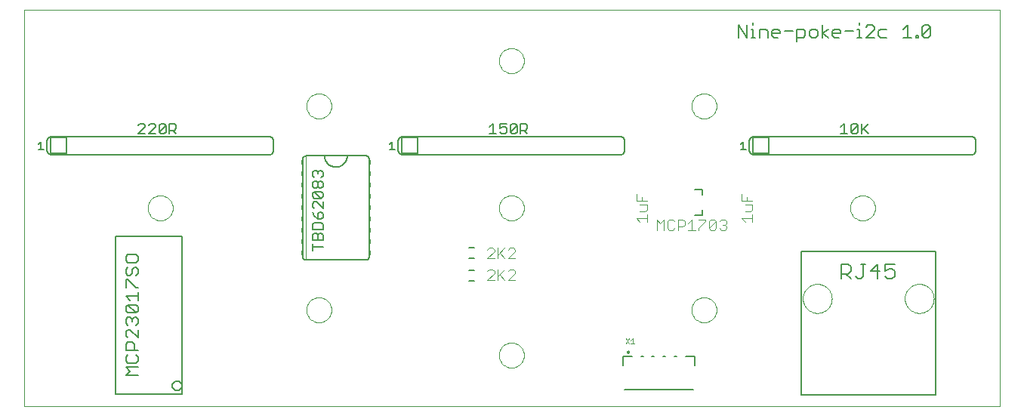
<source format=gto>
G75*
%MOIN*%
%OFA0B0*%
%FSLAX24Y24*%
%IPPOS*%
%LPD*%
%AMOC8*
5,1,8,0,0,1.08239X$1,22.5*
%
%ADD10C,0.0000*%
%ADD11C,0.0050*%
%ADD12C,0.0080*%
%ADD13C,0.0060*%
%ADD14C,0.0020*%
%ADD15R,0.0050X0.0200*%
%ADD16C,0.0040*%
%ADD17C,0.0079*%
D10*
X000180Y000180D02*
X000180Y017666D01*
X043241Y017666D01*
X043241Y000180D01*
X000180Y000180D01*
X012629Y004430D02*
X012631Y004477D01*
X012637Y004523D01*
X012647Y004569D01*
X012660Y004614D01*
X012678Y004657D01*
X012699Y004699D01*
X012723Y004739D01*
X012751Y004776D01*
X012782Y004811D01*
X012816Y004844D01*
X012852Y004873D01*
X012891Y004899D01*
X012932Y004922D01*
X012975Y004941D01*
X013019Y004957D01*
X013064Y004969D01*
X013110Y004977D01*
X013157Y004981D01*
X013203Y004981D01*
X013250Y004977D01*
X013296Y004969D01*
X013341Y004957D01*
X013385Y004941D01*
X013428Y004922D01*
X013469Y004899D01*
X013508Y004873D01*
X013544Y004844D01*
X013578Y004811D01*
X013609Y004776D01*
X013637Y004739D01*
X013661Y004699D01*
X013682Y004657D01*
X013700Y004614D01*
X013713Y004569D01*
X013723Y004523D01*
X013729Y004477D01*
X013731Y004430D01*
X013729Y004383D01*
X013723Y004337D01*
X013713Y004291D01*
X013700Y004246D01*
X013682Y004203D01*
X013661Y004161D01*
X013637Y004121D01*
X013609Y004084D01*
X013578Y004049D01*
X013544Y004016D01*
X013508Y003987D01*
X013469Y003961D01*
X013428Y003938D01*
X013385Y003919D01*
X013341Y003903D01*
X013296Y003891D01*
X013250Y003883D01*
X013203Y003879D01*
X013157Y003879D01*
X013110Y003883D01*
X013064Y003891D01*
X013019Y003903D01*
X012975Y003919D01*
X012932Y003938D01*
X012891Y003961D01*
X012852Y003987D01*
X012816Y004016D01*
X012782Y004049D01*
X012751Y004084D01*
X012723Y004121D01*
X012699Y004161D01*
X012678Y004203D01*
X012660Y004246D01*
X012647Y004291D01*
X012637Y004337D01*
X012631Y004383D01*
X012629Y004430D01*
X021129Y002430D02*
X021131Y002477D01*
X021137Y002523D01*
X021147Y002569D01*
X021160Y002614D01*
X021178Y002657D01*
X021199Y002699D01*
X021223Y002739D01*
X021251Y002776D01*
X021282Y002811D01*
X021316Y002844D01*
X021352Y002873D01*
X021391Y002899D01*
X021432Y002922D01*
X021475Y002941D01*
X021519Y002957D01*
X021564Y002969D01*
X021610Y002977D01*
X021657Y002981D01*
X021703Y002981D01*
X021750Y002977D01*
X021796Y002969D01*
X021841Y002957D01*
X021885Y002941D01*
X021928Y002922D01*
X021969Y002899D01*
X022008Y002873D01*
X022044Y002844D01*
X022078Y002811D01*
X022109Y002776D01*
X022137Y002739D01*
X022161Y002699D01*
X022182Y002657D01*
X022200Y002614D01*
X022213Y002569D01*
X022223Y002523D01*
X022229Y002477D01*
X022231Y002430D01*
X022229Y002383D01*
X022223Y002337D01*
X022213Y002291D01*
X022200Y002246D01*
X022182Y002203D01*
X022161Y002161D01*
X022137Y002121D01*
X022109Y002084D01*
X022078Y002049D01*
X022044Y002016D01*
X022008Y001987D01*
X021969Y001961D01*
X021928Y001938D01*
X021885Y001919D01*
X021841Y001903D01*
X021796Y001891D01*
X021750Y001883D01*
X021703Y001879D01*
X021657Y001879D01*
X021610Y001883D01*
X021564Y001891D01*
X021519Y001903D01*
X021475Y001919D01*
X021432Y001938D01*
X021391Y001961D01*
X021352Y001987D01*
X021316Y002016D01*
X021282Y002049D01*
X021251Y002084D01*
X021223Y002121D01*
X021199Y002161D01*
X021178Y002203D01*
X021160Y002246D01*
X021147Y002291D01*
X021137Y002337D01*
X021131Y002383D01*
X021129Y002430D01*
X029629Y004430D02*
X029631Y004477D01*
X029637Y004523D01*
X029647Y004569D01*
X029660Y004614D01*
X029678Y004657D01*
X029699Y004699D01*
X029723Y004739D01*
X029751Y004776D01*
X029782Y004811D01*
X029816Y004844D01*
X029852Y004873D01*
X029891Y004899D01*
X029932Y004922D01*
X029975Y004941D01*
X030019Y004957D01*
X030064Y004969D01*
X030110Y004977D01*
X030157Y004981D01*
X030203Y004981D01*
X030250Y004977D01*
X030296Y004969D01*
X030341Y004957D01*
X030385Y004941D01*
X030428Y004922D01*
X030469Y004899D01*
X030508Y004873D01*
X030544Y004844D01*
X030578Y004811D01*
X030609Y004776D01*
X030637Y004739D01*
X030661Y004699D01*
X030682Y004657D01*
X030700Y004614D01*
X030713Y004569D01*
X030723Y004523D01*
X030729Y004477D01*
X030731Y004430D01*
X030729Y004383D01*
X030723Y004337D01*
X030713Y004291D01*
X030700Y004246D01*
X030682Y004203D01*
X030661Y004161D01*
X030637Y004121D01*
X030609Y004084D01*
X030578Y004049D01*
X030544Y004016D01*
X030508Y003987D01*
X030469Y003961D01*
X030428Y003938D01*
X030385Y003919D01*
X030341Y003903D01*
X030296Y003891D01*
X030250Y003883D01*
X030203Y003879D01*
X030157Y003879D01*
X030110Y003883D01*
X030064Y003891D01*
X030019Y003903D01*
X029975Y003919D01*
X029932Y003938D01*
X029891Y003961D01*
X029852Y003987D01*
X029816Y004016D01*
X029782Y004049D01*
X029751Y004084D01*
X029723Y004121D01*
X029699Y004161D01*
X029678Y004203D01*
X029660Y004246D01*
X029647Y004291D01*
X029637Y004337D01*
X029631Y004383D01*
X029629Y004430D01*
X034540Y004930D02*
X034542Y004980D01*
X034548Y005030D01*
X034558Y005079D01*
X034571Y005128D01*
X034589Y005175D01*
X034610Y005221D01*
X034634Y005264D01*
X034662Y005306D01*
X034693Y005346D01*
X034727Y005383D01*
X034764Y005417D01*
X034804Y005448D01*
X034846Y005476D01*
X034889Y005500D01*
X034935Y005521D01*
X034982Y005539D01*
X035031Y005552D01*
X035080Y005562D01*
X035130Y005568D01*
X035180Y005570D01*
X035230Y005568D01*
X035280Y005562D01*
X035329Y005552D01*
X035378Y005539D01*
X035425Y005521D01*
X035471Y005500D01*
X035514Y005476D01*
X035556Y005448D01*
X035596Y005417D01*
X035633Y005383D01*
X035667Y005346D01*
X035698Y005306D01*
X035726Y005264D01*
X035750Y005221D01*
X035771Y005175D01*
X035789Y005128D01*
X035802Y005079D01*
X035812Y005030D01*
X035818Y004980D01*
X035820Y004930D01*
X035818Y004880D01*
X035812Y004830D01*
X035802Y004781D01*
X035789Y004732D01*
X035771Y004685D01*
X035750Y004639D01*
X035726Y004596D01*
X035698Y004554D01*
X035667Y004514D01*
X035633Y004477D01*
X035596Y004443D01*
X035556Y004412D01*
X035514Y004384D01*
X035471Y004360D01*
X035425Y004339D01*
X035378Y004321D01*
X035329Y004308D01*
X035280Y004298D01*
X035230Y004292D01*
X035180Y004290D01*
X035130Y004292D01*
X035080Y004298D01*
X035031Y004308D01*
X034982Y004321D01*
X034935Y004339D01*
X034889Y004360D01*
X034846Y004384D01*
X034804Y004412D01*
X034764Y004443D01*
X034727Y004477D01*
X034693Y004514D01*
X034662Y004554D01*
X034634Y004596D01*
X034610Y004639D01*
X034589Y004685D01*
X034571Y004732D01*
X034558Y004781D01*
X034548Y004830D01*
X034542Y004880D01*
X034540Y004930D01*
X039040Y004930D02*
X039042Y004980D01*
X039048Y005030D01*
X039058Y005079D01*
X039071Y005128D01*
X039089Y005175D01*
X039110Y005221D01*
X039134Y005264D01*
X039162Y005306D01*
X039193Y005346D01*
X039227Y005383D01*
X039264Y005417D01*
X039304Y005448D01*
X039346Y005476D01*
X039389Y005500D01*
X039435Y005521D01*
X039482Y005539D01*
X039531Y005552D01*
X039580Y005562D01*
X039630Y005568D01*
X039680Y005570D01*
X039730Y005568D01*
X039780Y005562D01*
X039829Y005552D01*
X039878Y005539D01*
X039925Y005521D01*
X039971Y005500D01*
X040014Y005476D01*
X040056Y005448D01*
X040096Y005417D01*
X040133Y005383D01*
X040167Y005346D01*
X040198Y005306D01*
X040226Y005264D01*
X040250Y005221D01*
X040271Y005175D01*
X040289Y005128D01*
X040302Y005079D01*
X040312Y005030D01*
X040318Y004980D01*
X040320Y004930D01*
X040318Y004880D01*
X040312Y004830D01*
X040302Y004781D01*
X040289Y004732D01*
X040271Y004685D01*
X040250Y004639D01*
X040226Y004596D01*
X040198Y004554D01*
X040167Y004514D01*
X040133Y004477D01*
X040096Y004443D01*
X040056Y004412D01*
X040014Y004384D01*
X039971Y004360D01*
X039925Y004339D01*
X039878Y004321D01*
X039829Y004308D01*
X039780Y004298D01*
X039730Y004292D01*
X039680Y004290D01*
X039630Y004292D01*
X039580Y004298D01*
X039531Y004308D01*
X039482Y004321D01*
X039435Y004339D01*
X039389Y004360D01*
X039346Y004384D01*
X039304Y004412D01*
X039264Y004443D01*
X039227Y004477D01*
X039193Y004514D01*
X039162Y004554D01*
X039134Y004596D01*
X039110Y004639D01*
X039089Y004685D01*
X039071Y004732D01*
X039058Y004781D01*
X039048Y004830D01*
X039042Y004880D01*
X039040Y004930D01*
X036629Y008930D02*
X036631Y008977D01*
X036637Y009023D01*
X036647Y009069D01*
X036660Y009114D01*
X036678Y009157D01*
X036699Y009199D01*
X036723Y009239D01*
X036751Y009276D01*
X036782Y009311D01*
X036816Y009344D01*
X036852Y009373D01*
X036891Y009399D01*
X036932Y009422D01*
X036975Y009441D01*
X037019Y009457D01*
X037064Y009469D01*
X037110Y009477D01*
X037157Y009481D01*
X037203Y009481D01*
X037250Y009477D01*
X037296Y009469D01*
X037341Y009457D01*
X037385Y009441D01*
X037428Y009422D01*
X037469Y009399D01*
X037508Y009373D01*
X037544Y009344D01*
X037578Y009311D01*
X037609Y009276D01*
X037637Y009239D01*
X037661Y009199D01*
X037682Y009157D01*
X037700Y009114D01*
X037713Y009069D01*
X037723Y009023D01*
X037729Y008977D01*
X037731Y008930D01*
X037729Y008883D01*
X037723Y008837D01*
X037713Y008791D01*
X037700Y008746D01*
X037682Y008703D01*
X037661Y008661D01*
X037637Y008621D01*
X037609Y008584D01*
X037578Y008549D01*
X037544Y008516D01*
X037508Y008487D01*
X037469Y008461D01*
X037428Y008438D01*
X037385Y008419D01*
X037341Y008403D01*
X037296Y008391D01*
X037250Y008383D01*
X037203Y008379D01*
X037157Y008379D01*
X037110Y008383D01*
X037064Y008391D01*
X037019Y008403D01*
X036975Y008419D01*
X036932Y008438D01*
X036891Y008461D01*
X036852Y008487D01*
X036816Y008516D01*
X036782Y008549D01*
X036751Y008584D01*
X036723Y008621D01*
X036699Y008661D01*
X036678Y008703D01*
X036660Y008746D01*
X036647Y008791D01*
X036637Y008837D01*
X036631Y008883D01*
X036629Y008930D01*
X029629Y013430D02*
X029631Y013477D01*
X029637Y013523D01*
X029647Y013569D01*
X029660Y013614D01*
X029678Y013657D01*
X029699Y013699D01*
X029723Y013739D01*
X029751Y013776D01*
X029782Y013811D01*
X029816Y013844D01*
X029852Y013873D01*
X029891Y013899D01*
X029932Y013922D01*
X029975Y013941D01*
X030019Y013957D01*
X030064Y013969D01*
X030110Y013977D01*
X030157Y013981D01*
X030203Y013981D01*
X030250Y013977D01*
X030296Y013969D01*
X030341Y013957D01*
X030385Y013941D01*
X030428Y013922D01*
X030469Y013899D01*
X030508Y013873D01*
X030544Y013844D01*
X030578Y013811D01*
X030609Y013776D01*
X030637Y013739D01*
X030661Y013699D01*
X030682Y013657D01*
X030700Y013614D01*
X030713Y013569D01*
X030723Y013523D01*
X030729Y013477D01*
X030731Y013430D01*
X030729Y013383D01*
X030723Y013337D01*
X030713Y013291D01*
X030700Y013246D01*
X030682Y013203D01*
X030661Y013161D01*
X030637Y013121D01*
X030609Y013084D01*
X030578Y013049D01*
X030544Y013016D01*
X030508Y012987D01*
X030469Y012961D01*
X030428Y012938D01*
X030385Y012919D01*
X030341Y012903D01*
X030296Y012891D01*
X030250Y012883D01*
X030203Y012879D01*
X030157Y012879D01*
X030110Y012883D01*
X030064Y012891D01*
X030019Y012903D01*
X029975Y012919D01*
X029932Y012938D01*
X029891Y012961D01*
X029852Y012987D01*
X029816Y013016D01*
X029782Y013049D01*
X029751Y013084D01*
X029723Y013121D01*
X029699Y013161D01*
X029678Y013203D01*
X029660Y013246D01*
X029647Y013291D01*
X029637Y013337D01*
X029631Y013383D01*
X029629Y013430D01*
X021129Y015430D02*
X021131Y015477D01*
X021137Y015523D01*
X021147Y015569D01*
X021160Y015614D01*
X021178Y015657D01*
X021199Y015699D01*
X021223Y015739D01*
X021251Y015776D01*
X021282Y015811D01*
X021316Y015844D01*
X021352Y015873D01*
X021391Y015899D01*
X021432Y015922D01*
X021475Y015941D01*
X021519Y015957D01*
X021564Y015969D01*
X021610Y015977D01*
X021657Y015981D01*
X021703Y015981D01*
X021750Y015977D01*
X021796Y015969D01*
X021841Y015957D01*
X021885Y015941D01*
X021928Y015922D01*
X021969Y015899D01*
X022008Y015873D01*
X022044Y015844D01*
X022078Y015811D01*
X022109Y015776D01*
X022137Y015739D01*
X022161Y015699D01*
X022182Y015657D01*
X022200Y015614D01*
X022213Y015569D01*
X022223Y015523D01*
X022229Y015477D01*
X022231Y015430D01*
X022229Y015383D01*
X022223Y015337D01*
X022213Y015291D01*
X022200Y015246D01*
X022182Y015203D01*
X022161Y015161D01*
X022137Y015121D01*
X022109Y015084D01*
X022078Y015049D01*
X022044Y015016D01*
X022008Y014987D01*
X021969Y014961D01*
X021928Y014938D01*
X021885Y014919D01*
X021841Y014903D01*
X021796Y014891D01*
X021750Y014883D01*
X021703Y014879D01*
X021657Y014879D01*
X021610Y014883D01*
X021564Y014891D01*
X021519Y014903D01*
X021475Y014919D01*
X021432Y014938D01*
X021391Y014961D01*
X021352Y014987D01*
X021316Y015016D01*
X021282Y015049D01*
X021251Y015084D01*
X021223Y015121D01*
X021199Y015161D01*
X021178Y015203D01*
X021160Y015246D01*
X021147Y015291D01*
X021137Y015337D01*
X021131Y015383D01*
X021129Y015430D01*
X012629Y013430D02*
X012631Y013477D01*
X012637Y013523D01*
X012647Y013569D01*
X012660Y013614D01*
X012678Y013657D01*
X012699Y013699D01*
X012723Y013739D01*
X012751Y013776D01*
X012782Y013811D01*
X012816Y013844D01*
X012852Y013873D01*
X012891Y013899D01*
X012932Y013922D01*
X012975Y013941D01*
X013019Y013957D01*
X013064Y013969D01*
X013110Y013977D01*
X013157Y013981D01*
X013203Y013981D01*
X013250Y013977D01*
X013296Y013969D01*
X013341Y013957D01*
X013385Y013941D01*
X013428Y013922D01*
X013469Y013899D01*
X013508Y013873D01*
X013544Y013844D01*
X013578Y013811D01*
X013609Y013776D01*
X013637Y013739D01*
X013661Y013699D01*
X013682Y013657D01*
X013700Y013614D01*
X013713Y013569D01*
X013723Y013523D01*
X013729Y013477D01*
X013731Y013430D01*
X013729Y013383D01*
X013723Y013337D01*
X013713Y013291D01*
X013700Y013246D01*
X013682Y013203D01*
X013661Y013161D01*
X013637Y013121D01*
X013609Y013084D01*
X013578Y013049D01*
X013544Y013016D01*
X013508Y012987D01*
X013469Y012961D01*
X013428Y012938D01*
X013385Y012919D01*
X013341Y012903D01*
X013296Y012891D01*
X013250Y012883D01*
X013203Y012879D01*
X013157Y012879D01*
X013110Y012883D01*
X013064Y012891D01*
X013019Y012903D01*
X012975Y012919D01*
X012932Y012938D01*
X012891Y012961D01*
X012852Y012987D01*
X012816Y013016D01*
X012782Y013049D01*
X012751Y013084D01*
X012723Y013121D01*
X012699Y013161D01*
X012678Y013203D01*
X012660Y013246D01*
X012647Y013291D01*
X012637Y013337D01*
X012631Y013383D01*
X012629Y013430D01*
X005629Y008930D02*
X005631Y008977D01*
X005637Y009023D01*
X005647Y009069D01*
X005660Y009114D01*
X005678Y009157D01*
X005699Y009199D01*
X005723Y009239D01*
X005751Y009276D01*
X005782Y009311D01*
X005816Y009344D01*
X005852Y009373D01*
X005891Y009399D01*
X005932Y009422D01*
X005975Y009441D01*
X006019Y009457D01*
X006064Y009469D01*
X006110Y009477D01*
X006157Y009481D01*
X006203Y009481D01*
X006250Y009477D01*
X006296Y009469D01*
X006341Y009457D01*
X006385Y009441D01*
X006428Y009422D01*
X006469Y009399D01*
X006508Y009373D01*
X006544Y009344D01*
X006578Y009311D01*
X006609Y009276D01*
X006637Y009239D01*
X006661Y009199D01*
X006682Y009157D01*
X006700Y009114D01*
X006713Y009069D01*
X006723Y009023D01*
X006729Y008977D01*
X006731Y008930D01*
X006729Y008883D01*
X006723Y008837D01*
X006713Y008791D01*
X006700Y008746D01*
X006682Y008703D01*
X006661Y008661D01*
X006637Y008621D01*
X006609Y008584D01*
X006578Y008549D01*
X006544Y008516D01*
X006508Y008487D01*
X006469Y008461D01*
X006428Y008438D01*
X006385Y008419D01*
X006341Y008403D01*
X006296Y008391D01*
X006250Y008383D01*
X006203Y008379D01*
X006157Y008379D01*
X006110Y008383D01*
X006064Y008391D01*
X006019Y008403D01*
X005975Y008419D01*
X005932Y008438D01*
X005891Y008461D01*
X005852Y008487D01*
X005816Y008516D01*
X005782Y008549D01*
X005751Y008584D01*
X005723Y008621D01*
X005699Y008661D01*
X005678Y008703D01*
X005660Y008746D01*
X005647Y008791D01*
X005637Y008837D01*
X005631Y008883D01*
X005629Y008930D01*
X021129Y008930D02*
X021131Y008977D01*
X021137Y009023D01*
X021147Y009069D01*
X021160Y009114D01*
X021178Y009157D01*
X021199Y009199D01*
X021223Y009239D01*
X021251Y009276D01*
X021282Y009311D01*
X021316Y009344D01*
X021352Y009373D01*
X021391Y009399D01*
X021432Y009422D01*
X021475Y009441D01*
X021519Y009457D01*
X021564Y009469D01*
X021610Y009477D01*
X021657Y009481D01*
X021703Y009481D01*
X021750Y009477D01*
X021796Y009469D01*
X021841Y009457D01*
X021885Y009441D01*
X021928Y009422D01*
X021969Y009399D01*
X022008Y009373D01*
X022044Y009344D01*
X022078Y009311D01*
X022109Y009276D01*
X022137Y009239D01*
X022161Y009199D01*
X022182Y009157D01*
X022200Y009114D01*
X022213Y009069D01*
X022223Y009023D01*
X022229Y008977D01*
X022231Y008930D01*
X022229Y008883D01*
X022223Y008837D01*
X022213Y008791D01*
X022200Y008746D01*
X022182Y008703D01*
X022161Y008661D01*
X022137Y008621D01*
X022109Y008584D01*
X022078Y008549D01*
X022044Y008516D01*
X022008Y008487D01*
X021969Y008461D01*
X021928Y008438D01*
X021885Y008419D01*
X021841Y008403D01*
X021796Y008391D01*
X021750Y008383D01*
X021703Y008379D01*
X021657Y008379D01*
X021610Y008383D01*
X021564Y008391D01*
X021519Y008403D01*
X021475Y008419D01*
X021432Y008438D01*
X021391Y008461D01*
X021352Y008487D01*
X021316Y008516D01*
X021282Y008549D01*
X021251Y008584D01*
X021223Y008621D01*
X021199Y008661D01*
X021178Y008703D01*
X021160Y008746D01*
X021147Y008791D01*
X021137Y008837D01*
X021131Y008883D01*
X021129Y008930D01*
D11*
X016532Y011505D02*
X016305Y011505D01*
X016418Y011505D02*
X016418Y011845D01*
X016305Y011732D01*
X013355Y010503D02*
X013355Y010353D01*
X013280Y010278D01*
X013280Y010118D02*
X013355Y010043D01*
X013355Y009892D01*
X013280Y009817D01*
X013205Y009817D01*
X013130Y009892D01*
X013130Y010043D01*
X013205Y010118D01*
X013280Y010118D01*
X013130Y010043D02*
X013055Y010118D01*
X012980Y010118D01*
X012905Y010043D01*
X012905Y009892D01*
X012980Y009817D01*
X013055Y009817D01*
X013130Y009892D01*
X012980Y009657D02*
X013280Y009657D01*
X013355Y009582D01*
X013355Y009432D01*
X013280Y009357D01*
X012980Y009657D01*
X012905Y009582D01*
X012905Y009432D01*
X012980Y009357D01*
X013280Y009357D01*
X013355Y009197D02*
X013355Y008897D01*
X013055Y009197D01*
X012980Y009197D01*
X012905Y009122D01*
X012905Y008972D01*
X012980Y008897D01*
X012905Y008736D02*
X012980Y008586D01*
X013130Y008436D01*
X013130Y008661D01*
X013205Y008736D01*
X013280Y008736D01*
X013355Y008661D01*
X013355Y008511D01*
X013280Y008436D01*
X013130Y008436D01*
X013280Y008276D02*
X012980Y008276D01*
X012905Y008201D01*
X012905Y007976D01*
X013355Y007976D01*
X013355Y008201D01*
X013280Y008276D01*
X013280Y007816D02*
X013355Y007741D01*
X013355Y007515D01*
X012905Y007515D01*
X012905Y007741D01*
X012980Y007816D01*
X013055Y007816D01*
X013130Y007741D01*
X013130Y007515D01*
X013130Y007741D02*
X013205Y007816D01*
X013280Y007816D01*
X012905Y007355D02*
X012905Y007055D01*
X012905Y007205D02*
X013355Y007205D01*
X012980Y010278D02*
X012905Y010353D01*
X012905Y010503D01*
X012980Y010578D01*
X013055Y010578D01*
X013130Y010503D01*
X013205Y010578D01*
X013280Y010578D01*
X013355Y010503D01*
X013130Y010503D02*
X013130Y010428D01*
X006886Y012205D02*
X006736Y012355D01*
X006811Y012355D02*
X006586Y012355D01*
X006586Y012205D02*
X006586Y012655D01*
X006811Y012655D01*
X006886Y012580D01*
X006886Y012430D01*
X006811Y012355D01*
X006426Y012280D02*
X006351Y012205D01*
X006201Y012205D01*
X006126Y012280D01*
X006426Y012580D01*
X006426Y012280D01*
X006126Y012280D02*
X006126Y012580D01*
X006201Y012655D01*
X006351Y012655D01*
X006426Y012580D01*
X005966Y012580D02*
X005891Y012655D01*
X005740Y012655D01*
X005665Y012580D01*
X005505Y012580D02*
X005430Y012655D01*
X005280Y012655D01*
X005205Y012580D01*
X005505Y012580D02*
X005505Y012505D01*
X005205Y012205D01*
X005505Y012205D01*
X005665Y012205D02*
X005966Y012505D01*
X005966Y012580D01*
X005966Y012205D02*
X005665Y012205D01*
X001032Y011505D02*
X000805Y011505D01*
X000918Y011505D02*
X000918Y011845D01*
X000805Y011732D01*
X020705Y012205D02*
X021005Y012205D01*
X020855Y012205D02*
X020855Y012655D01*
X020705Y012505D01*
X021165Y012430D02*
X021316Y012505D01*
X021391Y012505D01*
X021466Y012430D01*
X021466Y012280D01*
X021391Y012205D01*
X021240Y012205D01*
X021165Y012280D01*
X021165Y012430D02*
X021165Y012655D01*
X021466Y012655D01*
X021626Y012580D02*
X021701Y012655D01*
X021851Y012655D01*
X021926Y012580D01*
X021626Y012280D01*
X021701Y012205D01*
X021851Y012205D01*
X021926Y012280D01*
X021926Y012580D01*
X022086Y012655D02*
X022311Y012655D01*
X022386Y012580D01*
X022386Y012430D01*
X022311Y012355D01*
X022086Y012355D01*
X022086Y012205D02*
X022086Y012655D01*
X022236Y012355D02*
X022386Y012205D01*
X021626Y012280D02*
X021626Y012580D01*
X031805Y011732D02*
X031918Y011845D01*
X031918Y011505D01*
X031805Y011505D02*
X032032Y011505D01*
X036205Y012205D02*
X036505Y012205D01*
X036355Y012205D02*
X036355Y012655D01*
X036205Y012505D01*
X036665Y012580D02*
X036740Y012655D01*
X036891Y012655D01*
X036966Y012580D01*
X036665Y012280D01*
X036740Y012205D01*
X036891Y012205D01*
X036966Y012280D01*
X036966Y012580D01*
X037126Y012655D02*
X037126Y012205D01*
X037126Y012355D02*
X037426Y012655D01*
X037201Y012430D02*
X037426Y012205D01*
X036665Y012280D02*
X036665Y012580D01*
X034283Y016272D02*
X034283Y016822D01*
X034558Y016822D01*
X034650Y016730D01*
X034650Y016547D01*
X034558Y016455D01*
X034283Y016455D01*
X034098Y016730D02*
X033731Y016730D01*
X033545Y016730D02*
X033545Y016638D01*
X033178Y016638D01*
X033178Y016547D02*
X033178Y016730D01*
X033270Y016822D01*
X033453Y016822D01*
X033545Y016730D01*
X033453Y016455D02*
X033270Y016455D01*
X033178Y016547D01*
X032993Y016455D02*
X032993Y016730D01*
X032901Y016822D01*
X032626Y016822D01*
X032626Y016455D01*
X032441Y016455D02*
X032257Y016455D01*
X032349Y016455D02*
X032349Y016822D01*
X032257Y016822D01*
X032349Y017005D02*
X032349Y017097D01*
X032072Y017005D02*
X032072Y016455D01*
X031705Y017005D01*
X031705Y016455D01*
X034836Y016547D02*
X034927Y016455D01*
X035111Y016455D01*
X035203Y016547D01*
X035203Y016730D01*
X035111Y016822D01*
X034927Y016822D01*
X034836Y016730D01*
X034836Y016547D01*
X035388Y016638D02*
X035663Y016822D01*
X035849Y016730D02*
X035940Y016822D01*
X036124Y016822D01*
X036216Y016730D01*
X036216Y016638D01*
X035849Y016638D01*
X035849Y016547D02*
X035849Y016730D01*
X035849Y016547D02*
X035940Y016455D01*
X036124Y016455D01*
X036401Y016730D02*
X036768Y016730D01*
X036953Y016822D02*
X037045Y016822D01*
X037045Y016455D01*
X036953Y016455D02*
X037137Y016455D01*
X037322Y016455D02*
X037689Y016822D01*
X037689Y016914D01*
X037597Y017005D01*
X037414Y017005D01*
X037322Y016914D01*
X037045Y017005D02*
X037045Y017097D01*
X037874Y016730D02*
X037874Y016547D01*
X037966Y016455D01*
X038241Y016455D01*
X037966Y016822D02*
X037874Y016730D01*
X037966Y016822D02*
X038241Y016822D01*
X038979Y016822D02*
X039163Y017005D01*
X039163Y016455D01*
X039346Y016455D02*
X038979Y016455D01*
X039532Y016455D02*
X039623Y016455D01*
X039623Y016547D01*
X039532Y016547D01*
X039532Y016455D01*
X039808Y016547D02*
X040175Y016914D01*
X040175Y016547D01*
X040083Y016455D01*
X039900Y016455D01*
X039808Y016547D01*
X039808Y016914D01*
X039900Y017005D01*
X040083Y017005D01*
X040175Y016914D01*
X037689Y016455D02*
X037322Y016455D01*
X035663Y016455D02*
X035388Y016638D01*
X035388Y016455D02*
X035388Y017005D01*
D12*
X034467Y006994D02*
X034467Y000671D01*
X040393Y000671D01*
X040393Y006994D01*
X034467Y006994D01*
D13*
X036232Y006451D02*
X036552Y006451D01*
X036659Y006344D01*
X036659Y006130D01*
X036552Y006024D01*
X036232Y006024D01*
X036445Y006024D02*
X036659Y005810D01*
X036876Y005917D02*
X036983Y005810D01*
X037090Y005810D01*
X037197Y005917D01*
X037197Y006451D01*
X037303Y006451D02*
X037090Y006451D01*
X037521Y006130D02*
X037948Y006130D01*
X038165Y006130D02*
X038379Y006237D01*
X038486Y006237D01*
X038592Y006130D01*
X038592Y005917D01*
X038486Y005810D01*
X038272Y005810D01*
X038165Y005917D01*
X038165Y006130D02*
X038165Y006451D01*
X038592Y006451D01*
X037841Y006451D02*
X037521Y006130D01*
X037841Y005810D02*
X037841Y006451D01*
X036232Y006451D02*
X036232Y005810D01*
X030090Y008620D02*
X029770Y008620D01*
X030090Y008620D02*
X030090Y008840D01*
X030090Y009520D02*
X030090Y009740D01*
X029770Y009740D01*
X032330Y011330D02*
X032330Y012030D01*
X033030Y012030D01*
X033030Y011330D01*
X032330Y011330D01*
X032380Y011280D02*
X041980Y011280D01*
X042006Y011282D01*
X042032Y011287D01*
X042057Y011295D01*
X042080Y011307D01*
X042102Y011321D01*
X042121Y011339D01*
X042139Y011358D01*
X042153Y011380D01*
X042165Y011403D01*
X042173Y011428D01*
X042178Y011454D01*
X042180Y011480D01*
X042180Y011880D01*
X042178Y011906D01*
X042173Y011932D01*
X042165Y011957D01*
X042153Y011980D01*
X042139Y012002D01*
X042121Y012021D01*
X042102Y012039D01*
X042080Y012053D01*
X042057Y012065D01*
X042032Y012073D01*
X042006Y012078D01*
X041980Y012080D01*
X032380Y012080D01*
X032354Y012078D01*
X032328Y012073D01*
X032303Y012065D01*
X032280Y012053D01*
X032258Y012039D01*
X032239Y012021D01*
X032221Y012002D01*
X032207Y011980D01*
X032195Y011957D01*
X032187Y011932D01*
X032182Y011906D01*
X032180Y011880D01*
X032180Y011480D01*
X032182Y011454D01*
X032187Y011428D01*
X032195Y011403D01*
X032207Y011380D01*
X032221Y011358D01*
X032239Y011339D01*
X032258Y011321D01*
X032280Y011307D01*
X032303Y011295D01*
X032328Y011287D01*
X032354Y011282D01*
X032380Y011280D01*
X026680Y011480D02*
X026680Y011880D01*
X026678Y011906D01*
X026673Y011932D01*
X026665Y011957D01*
X026653Y011980D01*
X026639Y012002D01*
X026621Y012021D01*
X026602Y012039D01*
X026580Y012053D01*
X026557Y012065D01*
X026532Y012073D01*
X026506Y012078D01*
X026480Y012080D01*
X016880Y012080D01*
X016830Y012030D02*
X017530Y012030D01*
X017530Y011330D01*
X016830Y011330D01*
X016830Y012030D01*
X016880Y012080D02*
X016854Y012078D01*
X016828Y012073D01*
X016803Y012065D01*
X016780Y012053D01*
X016758Y012039D01*
X016739Y012021D01*
X016721Y012002D01*
X016707Y011980D01*
X016695Y011957D01*
X016687Y011932D01*
X016682Y011906D01*
X016680Y011880D01*
X016680Y011480D01*
X016682Y011454D01*
X016687Y011428D01*
X016695Y011403D01*
X016707Y011380D01*
X016721Y011358D01*
X016739Y011339D01*
X016758Y011321D01*
X016780Y011307D01*
X016803Y011295D01*
X016828Y011287D01*
X016854Y011282D01*
X016880Y011280D01*
X026480Y011280D01*
X026506Y011282D01*
X026532Y011287D01*
X026557Y011295D01*
X026580Y011307D01*
X026602Y011321D01*
X026621Y011339D01*
X026639Y011358D01*
X026653Y011380D01*
X026665Y011403D01*
X026673Y011428D01*
X026678Y011454D01*
X026680Y011480D01*
X020048Y007166D02*
X019812Y007166D01*
X019812Y006694D02*
X020048Y006694D01*
X020048Y006166D02*
X019812Y006166D01*
X019812Y005694D02*
X020048Y005694D01*
X015400Y006780D02*
X015400Y011080D01*
X015398Y011103D01*
X015393Y011126D01*
X015384Y011148D01*
X015371Y011168D01*
X015356Y011186D01*
X015338Y011201D01*
X015318Y011214D01*
X015296Y011223D01*
X015273Y011228D01*
X015250Y011230D01*
X014430Y011230D01*
X013430Y011230D01*
X012610Y011230D01*
X012587Y011228D01*
X012564Y011223D01*
X012542Y011214D01*
X012522Y011201D01*
X012504Y011186D01*
X012489Y011168D01*
X012476Y011148D01*
X012467Y011126D01*
X012462Y011103D01*
X012460Y011080D01*
X012460Y006780D01*
X012462Y006757D01*
X012467Y006734D01*
X012476Y006712D01*
X012489Y006692D01*
X012504Y006674D01*
X012522Y006659D01*
X012542Y006646D01*
X012564Y006637D01*
X012587Y006632D01*
X012610Y006630D01*
X015250Y006630D01*
X015273Y006632D01*
X015296Y006637D01*
X015318Y006646D01*
X015338Y006659D01*
X015356Y006674D01*
X015371Y006692D01*
X015384Y006712D01*
X015393Y006734D01*
X015398Y006757D01*
X015400Y006780D01*
X007142Y007660D02*
X004218Y007660D01*
X004218Y000710D01*
X007142Y000710D01*
X007142Y007660D01*
X005200Y006778D02*
X005110Y006868D01*
X004750Y006868D01*
X004660Y006778D01*
X004660Y006598D01*
X004750Y006508D01*
X005110Y006508D01*
X005200Y006598D01*
X005200Y006778D01*
X005110Y006315D02*
X005200Y006225D01*
X005200Y006045D01*
X005110Y005955D01*
X004930Y006045D02*
X004930Y006225D01*
X005020Y006315D01*
X005110Y006315D01*
X004750Y006315D02*
X004660Y006225D01*
X004660Y006045D01*
X004750Y005955D01*
X004840Y005955D01*
X004930Y006045D01*
X004750Y005763D02*
X005110Y005403D01*
X005200Y005403D01*
X005200Y005210D02*
X005200Y004850D01*
X005200Y005030D02*
X004660Y005030D01*
X004840Y004850D01*
X004750Y004658D02*
X005110Y004298D01*
X005200Y004388D01*
X005200Y004568D01*
X005110Y004658D01*
X004750Y004658D01*
X004660Y004568D01*
X004660Y004388D01*
X004750Y004298D01*
X005110Y004298D01*
X005110Y004105D02*
X005200Y004015D01*
X005200Y003835D01*
X005110Y003745D01*
X005200Y003553D02*
X005200Y003193D01*
X004840Y003553D01*
X004750Y003553D01*
X004660Y003463D01*
X004660Y003283D01*
X004750Y003193D01*
X004750Y003001D02*
X004930Y003001D01*
X005020Y002910D01*
X005020Y002640D01*
X005200Y002640D02*
X004660Y002640D01*
X004660Y002910D01*
X004750Y003001D01*
X004750Y002448D02*
X004660Y002358D01*
X004660Y002178D01*
X004750Y002088D01*
X005110Y002088D01*
X005200Y002178D01*
X005200Y002358D01*
X005110Y002448D01*
X005200Y001896D02*
X004660Y001896D01*
X004840Y001715D01*
X004660Y001535D01*
X005200Y001535D01*
X006710Y001080D02*
X006712Y001109D01*
X006718Y001137D01*
X006727Y001164D01*
X006741Y001189D01*
X006757Y001213D01*
X006777Y001233D01*
X006799Y001252D01*
X006823Y001266D01*
X006850Y001278D01*
X006877Y001286D01*
X006906Y001290D01*
X006934Y001290D01*
X006963Y001286D01*
X006990Y001278D01*
X007017Y001266D01*
X007041Y001252D01*
X007063Y001233D01*
X007083Y001213D01*
X007099Y001189D01*
X007113Y001164D01*
X007122Y001137D01*
X007128Y001109D01*
X007130Y001080D01*
X007128Y001051D01*
X007122Y001023D01*
X007113Y000996D01*
X007099Y000971D01*
X007083Y000947D01*
X007063Y000927D01*
X007041Y000908D01*
X007017Y000894D01*
X006990Y000882D01*
X006963Y000874D01*
X006934Y000870D01*
X006906Y000870D01*
X006877Y000874D01*
X006850Y000882D01*
X006823Y000894D01*
X006799Y000908D01*
X006777Y000927D01*
X006757Y000947D01*
X006741Y000971D01*
X006727Y000996D01*
X006718Y001023D01*
X006712Y001051D01*
X006710Y001080D01*
X004750Y003745D02*
X004660Y003835D01*
X004660Y004015D01*
X004750Y004105D01*
X004840Y004105D01*
X004930Y004015D01*
X005020Y004105D01*
X005110Y004105D01*
X004930Y004015D02*
X004930Y003925D01*
X004660Y005403D02*
X004660Y005763D01*
X004750Y005763D01*
X013430Y011230D02*
X013432Y011186D01*
X013438Y011143D01*
X013447Y011101D01*
X013460Y011059D01*
X013477Y011019D01*
X013497Y010980D01*
X013520Y010943D01*
X013547Y010909D01*
X013576Y010876D01*
X013609Y010847D01*
X013643Y010820D01*
X013680Y010797D01*
X013719Y010777D01*
X013759Y010760D01*
X013801Y010747D01*
X013843Y010738D01*
X013886Y010732D01*
X013930Y010730D01*
X013974Y010732D01*
X014017Y010738D01*
X014059Y010747D01*
X014101Y010760D01*
X014141Y010777D01*
X014180Y010797D01*
X014217Y010820D01*
X014251Y010847D01*
X014284Y010876D01*
X014313Y010909D01*
X014340Y010943D01*
X014363Y010980D01*
X014383Y011019D01*
X014400Y011059D01*
X014413Y011101D01*
X014422Y011143D01*
X014428Y011186D01*
X014430Y011230D01*
X011180Y011480D02*
X011180Y011880D01*
X011178Y011906D01*
X011173Y011932D01*
X011165Y011957D01*
X011153Y011980D01*
X011139Y012002D01*
X011121Y012021D01*
X011102Y012039D01*
X011080Y012053D01*
X011057Y012065D01*
X011032Y012073D01*
X011006Y012078D01*
X010980Y012080D01*
X001380Y012080D01*
X001330Y012030D02*
X002030Y012030D01*
X002030Y011330D01*
X001330Y011330D01*
X001330Y012030D01*
X001380Y012080D02*
X001354Y012078D01*
X001328Y012073D01*
X001303Y012065D01*
X001280Y012053D01*
X001258Y012039D01*
X001239Y012021D01*
X001221Y012002D01*
X001207Y011980D01*
X001195Y011957D01*
X001187Y011932D01*
X001182Y011906D01*
X001180Y011880D01*
X001180Y011480D01*
X001182Y011454D01*
X001187Y011428D01*
X001195Y011403D01*
X001207Y011380D01*
X001221Y011358D01*
X001239Y011339D01*
X001258Y011321D01*
X001280Y011307D01*
X001303Y011295D01*
X001328Y011287D01*
X001354Y011282D01*
X001380Y011280D01*
X010980Y011280D01*
X011006Y011282D01*
X011032Y011287D01*
X011057Y011295D01*
X011080Y011307D01*
X011102Y011321D01*
X011121Y011339D01*
X011139Y011358D01*
X011153Y011380D01*
X011165Y011403D01*
X011173Y011428D01*
X011178Y011454D01*
X011180Y011480D01*
X026605Y002363D02*
X026605Y001969D01*
X026605Y002363D02*
X026999Y002363D01*
X027393Y002363D02*
X027491Y002363D01*
X027885Y002363D02*
X027983Y002363D01*
X028377Y002363D02*
X028475Y002363D01*
X028869Y002363D02*
X028967Y002363D01*
X029361Y002363D02*
X029755Y002363D01*
X029755Y001969D01*
X029706Y000906D02*
X026654Y000906D01*
D14*
X012600Y006630D02*
X012600Y011230D01*
D15*
X012435Y010930D03*
X012435Y010430D03*
X012435Y009930D03*
X012435Y009430D03*
X012435Y008930D03*
X012435Y008430D03*
X012435Y007930D03*
X012435Y007430D03*
X012435Y006930D03*
X015425Y006930D03*
X015425Y007430D03*
X015425Y007930D03*
X015425Y008430D03*
X015425Y008930D03*
X015425Y009430D03*
X015425Y009930D03*
X015425Y010430D03*
X015425Y010930D03*
D16*
X020619Y007084D02*
X020696Y007160D01*
X020849Y007160D01*
X020926Y007084D01*
X020926Y007007D01*
X020619Y006700D01*
X020926Y006700D01*
X021079Y006700D02*
X021079Y007160D01*
X021079Y006853D02*
X021386Y007160D01*
X021540Y007084D02*
X021616Y007160D01*
X021770Y007160D01*
X021847Y007084D01*
X021847Y007007D01*
X021540Y006700D01*
X021847Y006700D01*
X021386Y006700D02*
X021156Y006930D01*
X021079Y006210D02*
X021079Y005750D01*
X020926Y005750D02*
X020619Y005750D01*
X020926Y006057D01*
X020926Y006134D01*
X020849Y006210D01*
X020696Y006210D01*
X020619Y006134D01*
X021079Y005903D02*
X021386Y006210D01*
X021540Y006134D02*
X021616Y006210D01*
X021770Y006210D01*
X021847Y006134D01*
X021847Y006057D01*
X021540Y005750D01*
X021847Y005750D01*
X021386Y005750D02*
X021156Y005980D01*
X027200Y008472D02*
X027660Y008472D01*
X027660Y008319D02*
X027660Y008626D01*
X027583Y008779D02*
X027660Y008856D01*
X027660Y009086D01*
X027353Y009086D01*
X027430Y009240D02*
X027430Y009393D01*
X027660Y009240D02*
X027200Y009240D01*
X027200Y009547D01*
X027353Y008779D02*
X027583Y008779D01*
X027200Y008472D02*
X027353Y008319D01*
X028100Y008410D02*
X028253Y008257D01*
X028407Y008410D01*
X028407Y007950D01*
X028560Y008027D02*
X028637Y007950D01*
X028791Y007950D01*
X028867Y008027D01*
X029021Y008103D02*
X029251Y008103D01*
X029328Y008180D01*
X029328Y008334D01*
X029251Y008410D01*
X029021Y008410D01*
X029021Y007950D01*
X029481Y007950D02*
X029788Y007950D01*
X029635Y007950D02*
X029635Y008410D01*
X029481Y008257D01*
X028867Y008334D02*
X028791Y008410D01*
X028637Y008410D01*
X028560Y008334D01*
X028560Y008027D01*
X028100Y007950D02*
X028100Y008410D01*
X029942Y008410D02*
X030248Y008410D01*
X030248Y008334D01*
X029942Y008027D01*
X029942Y007950D01*
X030402Y008027D02*
X030709Y008334D01*
X030709Y008027D01*
X030632Y007950D01*
X030479Y007950D01*
X030402Y008027D01*
X030402Y008334D01*
X030479Y008410D01*
X030632Y008410D01*
X030709Y008334D01*
X030862Y008334D02*
X030939Y008410D01*
X031093Y008410D01*
X031169Y008334D01*
X031169Y008257D01*
X031093Y008180D01*
X031169Y008103D01*
X031169Y008027D01*
X031093Y007950D01*
X030939Y007950D01*
X030862Y008027D01*
X031016Y008180D02*
X031093Y008180D01*
X031850Y008472D02*
X032310Y008472D01*
X032310Y008319D02*
X032310Y008626D01*
X032233Y008779D02*
X032003Y008779D01*
X032233Y008779D02*
X032310Y008856D01*
X032310Y009086D01*
X032003Y009086D01*
X032080Y009240D02*
X032080Y009393D01*
X032310Y009240D02*
X031850Y009240D01*
X031850Y009547D01*
X031850Y008472D02*
X032003Y008319D01*
X027020Y003160D02*
X027020Y002950D01*
X026950Y002950D02*
X027090Y002950D01*
X026950Y003090D02*
X027020Y003160D01*
X026860Y003160D02*
X026720Y002950D01*
X026860Y002950D02*
X026720Y003160D01*
D17*
X026802Y002560D02*
X026804Y002572D01*
X026809Y002583D01*
X026818Y002592D01*
X026829Y002597D01*
X026841Y002599D01*
X026853Y002597D01*
X026864Y002592D01*
X026873Y002583D01*
X026878Y002572D01*
X026880Y002560D01*
X026878Y002548D01*
X026873Y002537D01*
X026864Y002528D01*
X026853Y002523D01*
X026841Y002521D01*
X026829Y002523D01*
X026818Y002528D01*
X026809Y002537D01*
X026804Y002548D01*
X026802Y002560D01*
M02*

</source>
